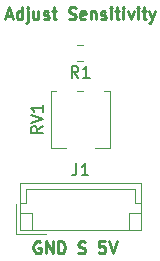
<source format=gbr>
G04 #@! TF.GenerationSoftware,KiCad,Pcbnew,(5.0.0-3-g5ebb6b6)*
G04 #@! TF.CreationDate,2019-02-02T18:51:14+01:00*
G04 #@! TF.ProjectId,tt_opt101_module,74745F6F70743130315F6D6F64756C65,rev?*
G04 #@! TF.SameCoordinates,Original*
G04 #@! TF.FileFunction,Legend,Top*
G04 #@! TF.FilePolarity,Positive*
%FSLAX46Y46*%
G04 Gerber Fmt 4.6, Leading zero omitted, Abs format (unit mm)*
G04 Created by KiCad (PCBNEW (5.0.0-3-g5ebb6b6)) date Saturday, 02. February 2019 um 18:51:14*
%MOMM*%
%LPD*%
G01*
G04 APERTURE LIST*
%ADD10C,0.250000*%
%ADD11C,0.120000*%
%ADD12C,0.150000*%
G04 APERTURE END LIST*
D10*
X129945238Y-69350000D02*
X129850000Y-69302380D01*
X129707142Y-69302380D01*
X129564285Y-69350000D01*
X129469047Y-69445238D01*
X129421428Y-69540476D01*
X129373809Y-69730952D01*
X129373809Y-69873809D01*
X129421428Y-70064285D01*
X129469047Y-70159523D01*
X129564285Y-70254761D01*
X129707142Y-70302380D01*
X129802380Y-70302380D01*
X129945238Y-70254761D01*
X129992857Y-70207142D01*
X129992857Y-69873809D01*
X129802380Y-69873809D01*
X130421428Y-70302380D02*
X130421428Y-69302380D01*
X130992857Y-70302380D01*
X130992857Y-69302380D01*
X131469047Y-70302380D02*
X131469047Y-69302380D01*
X131707142Y-69302380D01*
X131850000Y-69350000D01*
X131945238Y-69445238D01*
X131992857Y-69540476D01*
X132040476Y-69730952D01*
X132040476Y-69873809D01*
X131992857Y-70064285D01*
X131945238Y-70159523D01*
X131850000Y-70254761D01*
X131707142Y-70302380D01*
X131469047Y-70302380D01*
X133183333Y-70254761D02*
X133326190Y-70302380D01*
X133564285Y-70302380D01*
X133659523Y-70254761D01*
X133707142Y-70207142D01*
X133754761Y-70111904D01*
X133754761Y-70016666D01*
X133707142Y-69921428D01*
X133659523Y-69873809D01*
X133564285Y-69826190D01*
X133373809Y-69778571D01*
X133278571Y-69730952D01*
X133230952Y-69683333D01*
X133183333Y-69588095D01*
X133183333Y-69492857D01*
X133230952Y-69397619D01*
X133278571Y-69350000D01*
X133373809Y-69302380D01*
X133611904Y-69302380D01*
X133754761Y-69350000D01*
X135421428Y-69302380D02*
X134945238Y-69302380D01*
X134897619Y-69778571D01*
X134945238Y-69730952D01*
X135040476Y-69683333D01*
X135278571Y-69683333D01*
X135373809Y-69730952D01*
X135421428Y-69778571D01*
X135469047Y-69873809D01*
X135469047Y-70111904D01*
X135421428Y-70207142D01*
X135373809Y-70254761D01*
X135278571Y-70302380D01*
X135040476Y-70302380D01*
X134945238Y-70254761D01*
X134897619Y-70207142D01*
X135754761Y-69302380D02*
X136088095Y-70302380D01*
X136421428Y-69302380D01*
X127088095Y-50196666D02*
X127564285Y-50196666D01*
X126992857Y-50482380D02*
X127326190Y-49482380D01*
X127659523Y-50482380D01*
X128421428Y-50482380D02*
X128421428Y-49482380D01*
X128421428Y-50434761D02*
X128326190Y-50482380D01*
X128135714Y-50482380D01*
X128040476Y-50434761D01*
X127992857Y-50387142D01*
X127945238Y-50291904D01*
X127945238Y-50006190D01*
X127992857Y-49910952D01*
X128040476Y-49863333D01*
X128135714Y-49815714D01*
X128326190Y-49815714D01*
X128421428Y-49863333D01*
X128897619Y-49815714D02*
X128897619Y-50672857D01*
X128850000Y-50768095D01*
X128754761Y-50815714D01*
X128707142Y-50815714D01*
X128897619Y-49482380D02*
X128850000Y-49530000D01*
X128897619Y-49577619D01*
X128945238Y-49530000D01*
X128897619Y-49482380D01*
X128897619Y-49577619D01*
X129802380Y-49815714D02*
X129802380Y-50482380D01*
X129373809Y-49815714D02*
X129373809Y-50339523D01*
X129421428Y-50434761D01*
X129516666Y-50482380D01*
X129659523Y-50482380D01*
X129754761Y-50434761D01*
X129802380Y-50387142D01*
X130230952Y-50434761D02*
X130326190Y-50482380D01*
X130516666Y-50482380D01*
X130611904Y-50434761D01*
X130659523Y-50339523D01*
X130659523Y-50291904D01*
X130611904Y-50196666D01*
X130516666Y-50149047D01*
X130373809Y-50149047D01*
X130278571Y-50101428D01*
X130230952Y-50006190D01*
X130230952Y-49958571D01*
X130278571Y-49863333D01*
X130373809Y-49815714D01*
X130516666Y-49815714D01*
X130611904Y-49863333D01*
X130945238Y-49815714D02*
X131326190Y-49815714D01*
X131088095Y-49482380D02*
X131088095Y-50339523D01*
X131135714Y-50434761D01*
X131230952Y-50482380D01*
X131326190Y-50482380D01*
X132373809Y-50434761D02*
X132516666Y-50482380D01*
X132754761Y-50482380D01*
X132850000Y-50434761D01*
X132897619Y-50387142D01*
X132945238Y-50291904D01*
X132945238Y-50196666D01*
X132897619Y-50101428D01*
X132850000Y-50053809D01*
X132754761Y-50006190D01*
X132564285Y-49958571D01*
X132469047Y-49910952D01*
X132421428Y-49863333D01*
X132373809Y-49768095D01*
X132373809Y-49672857D01*
X132421428Y-49577619D01*
X132469047Y-49530000D01*
X132564285Y-49482380D01*
X132802380Y-49482380D01*
X132945238Y-49530000D01*
X133754761Y-50434761D02*
X133659523Y-50482380D01*
X133469047Y-50482380D01*
X133373809Y-50434761D01*
X133326190Y-50339523D01*
X133326190Y-49958571D01*
X133373809Y-49863333D01*
X133469047Y-49815714D01*
X133659523Y-49815714D01*
X133754761Y-49863333D01*
X133802380Y-49958571D01*
X133802380Y-50053809D01*
X133326190Y-50149047D01*
X134230952Y-49815714D02*
X134230952Y-50482380D01*
X134230952Y-49910952D02*
X134278571Y-49863333D01*
X134373809Y-49815714D01*
X134516666Y-49815714D01*
X134611904Y-49863333D01*
X134659523Y-49958571D01*
X134659523Y-50482380D01*
X135088095Y-50434761D02*
X135183333Y-50482380D01*
X135373809Y-50482380D01*
X135469047Y-50434761D01*
X135516666Y-50339523D01*
X135516666Y-50291904D01*
X135469047Y-50196666D01*
X135373809Y-50149047D01*
X135230952Y-50149047D01*
X135135714Y-50101428D01*
X135088095Y-50006190D01*
X135088095Y-49958571D01*
X135135714Y-49863333D01*
X135230952Y-49815714D01*
X135373809Y-49815714D01*
X135469047Y-49863333D01*
X135945238Y-50482380D02*
X135945238Y-49815714D01*
X135945238Y-49482380D02*
X135897619Y-49530000D01*
X135945238Y-49577619D01*
X135992857Y-49530000D01*
X135945238Y-49482380D01*
X135945238Y-49577619D01*
X136278571Y-49815714D02*
X136659523Y-49815714D01*
X136421428Y-49482380D02*
X136421428Y-50339523D01*
X136469047Y-50434761D01*
X136564285Y-50482380D01*
X136659523Y-50482380D01*
X136992857Y-50482380D02*
X136992857Y-49815714D01*
X136992857Y-49482380D02*
X136945238Y-49530000D01*
X136992857Y-49577619D01*
X137040476Y-49530000D01*
X136992857Y-49482380D01*
X136992857Y-49577619D01*
X137373809Y-49815714D02*
X137611904Y-50482380D01*
X137850000Y-49815714D01*
X138230952Y-50482380D02*
X138230952Y-49815714D01*
X138230952Y-49482380D02*
X138183333Y-49530000D01*
X138230952Y-49577619D01*
X138278571Y-49530000D01*
X138230952Y-49482380D01*
X138230952Y-49577619D01*
X138564285Y-49815714D02*
X138945238Y-49815714D01*
X138707142Y-49482380D02*
X138707142Y-50339523D01*
X138754761Y-50434761D01*
X138850000Y-50482380D01*
X138945238Y-50482380D01*
X139183333Y-49815714D02*
X139421428Y-50482380D01*
X139659523Y-49815714D02*
X139421428Y-50482380D01*
X139326190Y-50720476D01*
X139278571Y-50768095D01*
X139183333Y-50815714D01*
D11*
G04 #@! TO.C,J1*
X128240000Y-64330000D02*
X128240000Y-68350000D01*
X128240000Y-68350000D02*
X138460000Y-68350000D01*
X138460000Y-68350000D02*
X138460000Y-64330000D01*
X138460000Y-64330000D02*
X128240000Y-64330000D01*
X128240000Y-66040000D02*
X128740000Y-66040000D01*
X128740000Y-66040000D02*
X128740000Y-64830000D01*
X128740000Y-64830000D02*
X137960000Y-64830000D01*
X137960000Y-64830000D02*
X137960000Y-66040000D01*
X137960000Y-66040000D02*
X138460000Y-66040000D01*
X128240000Y-66850000D02*
X129240000Y-66850000D01*
X129240000Y-66850000D02*
X129240000Y-68350000D01*
X138460000Y-66850000D02*
X137460000Y-66850000D01*
X137460000Y-66850000D02*
X137460000Y-68350000D01*
X127940000Y-66150000D02*
X127940000Y-68650000D01*
X127940000Y-68650000D02*
X130440000Y-68650000D01*
G04 #@! TO.C,R1*
X133611252Y-54050000D02*
X133088748Y-54050000D01*
X133611252Y-52630000D02*
X133088748Y-52630000D01*
G04 #@! TO.C,RV1*
X130830000Y-61380000D02*
X130830000Y-56540000D01*
X135870000Y-61380000D02*
X135870000Y-56540000D01*
X130830000Y-61380000D02*
X132110000Y-61380000D01*
X134590000Y-61380000D02*
X135870000Y-61380000D01*
X130830000Y-56540000D02*
X131310000Y-56540000D01*
X133090000Y-56540000D02*
X133610000Y-56540000D01*
X135390000Y-56540000D02*
X135870000Y-56540000D01*
X131210000Y-61380000D02*
X131210000Y-61380000D01*
X131210000Y-61380000D02*
X132110000Y-61380000D01*
X131210000Y-61380000D02*
X132110000Y-61380000D01*
G04 #@! TO.C,J1*
D12*
X133016666Y-62692380D02*
X133016666Y-63406666D01*
X132969047Y-63549523D01*
X132873809Y-63644761D01*
X132730952Y-63692380D01*
X132635714Y-63692380D01*
X134016666Y-63692380D02*
X133445238Y-63692380D01*
X133730952Y-63692380D02*
X133730952Y-62692380D01*
X133635714Y-62835238D01*
X133540476Y-62930476D01*
X133445238Y-62978095D01*
G04 #@! TO.C,R1*
X133183333Y-55442380D02*
X132850000Y-54966190D01*
X132611904Y-55442380D02*
X132611904Y-54442380D01*
X132992857Y-54442380D01*
X133088095Y-54490000D01*
X133135714Y-54537619D01*
X133183333Y-54632857D01*
X133183333Y-54775714D01*
X133135714Y-54870952D01*
X133088095Y-54918571D01*
X132992857Y-54966190D01*
X132611904Y-54966190D01*
X134135714Y-55442380D02*
X133564285Y-55442380D01*
X133850000Y-55442380D02*
X133850000Y-54442380D01*
X133754761Y-54585238D01*
X133659523Y-54680476D01*
X133564285Y-54728095D01*
G04 #@! TO.C,RV1*
X130152380Y-59555238D02*
X129676190Y-59888571D01*
X130152380Y-60126666D02*
X129152380Y-60126666D01*
X129152380Y-59745714D01*
X129200000Y-59650476D01*
X129247619Y-59602857D01*
X129342857Y-59555238D01*
X129485714Y-59555238D01*
X129580952Y-59602857D01*
X129628571Y-59650476D01*
X129676190Y-59745714D01*
X129676190Y-60126666D01*
X129152380Y-59269523D02*
X130152380Y-58936190D01*
X129152380Y-58602857D01*
X130152380Y-57745714D02*
X130152380Y-58317142D01*
X130152380Y-58031428D02*
X129152380Y-58031428D01*
X129295238Y-58126666D01*
X129390476Y-58221904D01*
X129438095Y-58317142D01*
G04 #@! TD*
M02*

</source>
